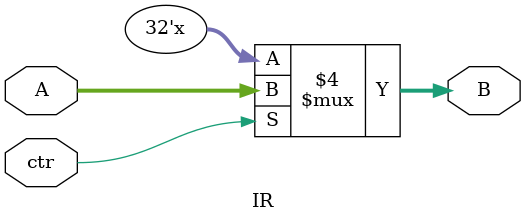
<source format=v>
`timescale 1ns / 1ps
module IR(input wire[31:0] A,
			input wire ctr,
			output reg[31:0] B
    );
	always@* begin
		if(ctr==1)B[31:0]=A[31:0];
	end

endmodule

</source>
